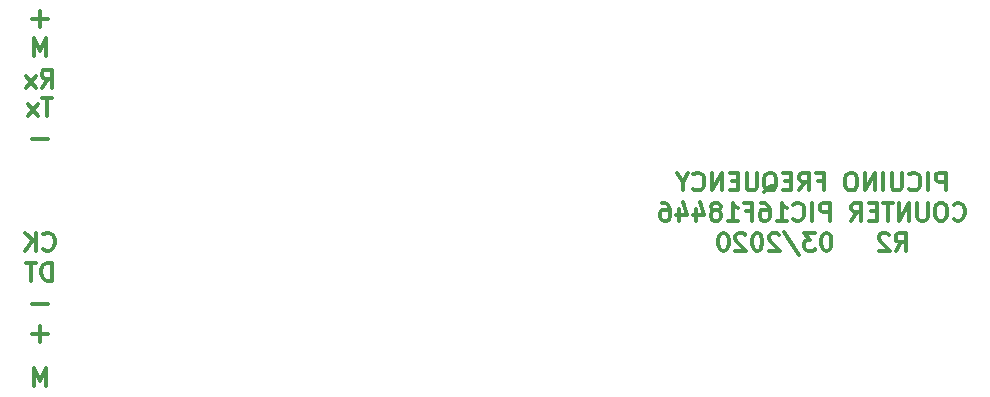
<source format=gbr>
G04 #@! TF.GenerationSoftware,KiCad,Pcbnew,(5.0.1)-4*
G04 #@! TF.CreationDate,2020-04-19T23:52:33+02:00*
G04 #@! TF.ProjectId,Freqmeter_16F18446,467265716D657465725F313646313834,R2*
G04 #@! TF.SameCoordinates,Original*
G04 #@! TF.FileFunction,Legend,Bot*
G04 #@! TF.FilePolarity,Positive*
%FSLAX46Y46*%
G04 Gerber Fmt 4.6, Leading zero omitted, Abs format (unit mm)*
G04 Created by KiCad (PCBNEW (5.0.1)-4) date 19/04/2020 23:52:33*
%MOMM*%
%LPD*%
G01*
G04 APERTURE LIST*
%ADD10C,0.300000*%
%ADD11C,0.304800*%
G04 APERTURE END LIST*
D10*
X181465714Y-50198571D02*
X181465714Y-48698571D01*
X180894285Y-48698571D01*
X180751428Y-48770000D01*
X180680000Y-48841428D01*
X180608571Y-48984285D01*
X180608571Y-49198571D01*
X180680000Y-49341428D01*
X180751428Y-49412857D01*
X180894285Y-49484285D01*
X181465714Y-49484285D01*
X179965714Y-50198571D02*
X179965714Y-48698571D01*
X178394285Y-50055714D02*
X178465714Y-50127142D01*
X178680000Y-50198571D01*
X178822857Y-50198571D01*
X179037142Y-50127142D01*
X179180000Y-49984285D01*
X179251428Y-49841428D01*
X179322857Y-49555714D01*
X179322857Y-49341428D01*
X179251428Y-49055714D01*
X179180000Y-48912857D01*
X179037142Y-48770000D01*
X178822857Y-48698571D01*
X178680000Y-48698571D01*
X178465714Y-48770000D01*
X178394285Y-48841428D01*
X177751428Y-48698571D02*
X177751428Y-49912857D01*
X177680000Y-50055714D01*
X177608571Y-50127142D01*
X177465714Y-50198571D01*
X177180000Y-50198571D01*
X177037142Y-50127142D01*
X176965714Y-50055714D01*
X176894285Y-49912857D01*
X176894285Y-48698571D01*
X176180000Y-50198571D02*
X176180000Y-48698571D01*
X175465714Y-50198571D02*
X175465714Y-48698571D01*
X174608571Y-50198571D01*
X174608571Y-48698571D01*
X173608571Y-48698571D02*
X173322857Y-48698571D01*
X173180000Y-48770000D01*
X173037142Y-48912857D01*
X172965714Y-49198571D01*
X172965714Y-49698571D01*
X173037142Y-49984285D01*
X173180000Y-50127142D01*
X173322857Y-50198571D01*
X173608571Y-50198571D01*
X173751428Y-50127142D01*
X173894285Y-49984285D01*
X173965714Y-49698571D01*
X173965714Y-49198571D01*
X173894285Y-48912857D01*
X173751428Y-48770000D01*
X173608571Y-48698571D01*
X170680000Y-49412857D02*
X171180000Y-49412857D01*
X171180000Y-50198571D02*
X171180000Y-48698571D01*
X170465714Y-48698571D01*
X169037142Y-50198571D02*
X169537142Y-49484285D01*
X169894285Y-50198571D02*
X169894285Y-48698571D01*
X169322857Y-48698571D01*
X169180000Y-48770000D01*
X169108571Y-48841428D01*
X169037142Y-48984285D01*
X169037142Y-49198571D01*
X169108571Y-49341428D01*
X169180000Y-49412857D01*
X169322857Y-49484285D01*
X169894285Y-49484285D01*
X168394285Y-49412857D02*
X167894285Y-49412857D01*
X167680000Y-50198571D02*
X168394285Y-50198571D01*
X168394285Y-48698571D01*
X167680000Y-48698571D01*
X166037142Y-50341428D02*
X166180000Y-50270000D01*
X166322857Y-50127142D01*
X166537142Y-49912857D01*
X166680000Y-49841428D01*
X166822857Y-49841428D01*
X166751428Y-50198571D02*
X166894285Y-50127142D01*
X167037142Y-49984285D01*
X167108571Y-49698571D01*
X167108571Y-49198571D01*
X167037142Y-48912857D01*
X166894285Y-48770000D01*
X166751428Y-48698571D01*
X166465714Y-48698571D01*
X166322857Y-48770000D01*
X166180000Y-48912857D01*
X166108571Y-49198571D01*
X166108571Y-49698571D01*
X166180000Y-49984285D01*
X166322857Y-50127142D01*
X166465714Y-50198571D01*
X166751428Y-50198571D01*
X165465714Y-48698571D02*
X165465714Y-49912857D01*
X165394285Y-50055714D01*
X165322857Y-50127142D01*
X165180000Y-50198571D01*
X164894285Y-50198571D01*
X164751428Y-50127142D01*
X164680000Y-50055714D01*
X164608571Y-49912857D01*
X164608571Y-48698571D01*
X163894285Y-49412857D02*
X163394285Y-49412857D01*
X163180000Y-50198571D02*
X163894285Y-50198571D01*
X163894285Y-48698571D01*
X163180000Y-48698571D01*
X162537142Y-50198571D02*
X162537142Y-48698571D01*
X161680000Y-50198571D01*
X161680000Y-48698571D01*
X160108571Y-50055714D02*
X160180000Y-50127142D01*
X160394285Y-50198571D01*
X160537142Y-50198571D01*
X160751428Y-50127142D01*
X160894285Y-49984285D01*
X160965714Y-49841428D01*
X161037142Y-49555714D01*
X161037142Y-49341428D01*
X160965714Y-49055714D01*
X160894285Y-48912857D01*
X160751428Y-48770000D01*
X160537142Y-48698571D01*
X160394285Y-48698571D01*
X160180000Y-48770000D01*
X160108571Y-48841428D01*
X159180000Y-49484285D02*
X159180000Y-50198571D01*
X159680000Y-48698571D02*
X159180000Y-49484285D01*
X158680000Y-48698571D01*
X182144285Y-52605714D02*
X182215714Y-52677142D01*
X182429999Y-52748571D01*
X182572857Y-52748571D01*
X182787142Y-52677142D01*
X182929999Y-52534285D01*
X183001428Y-52391428D01*
X183072857Y-52105714D01*
X183072857Y-51891428D01*
X183001428Y-51605714D01*
X182929999Y-51462857D01*
X182787142Y-51320000D01*
X182572857Y-51248571D01*
X182429999Y-51248571D01*
X182215714Y-51320000D01*
X182144285Y-51391428D01*
X181215714Y-51248571D02*
X180929999Y-51248571D01*
X180787142Y-51320000D01*
X180644285Y-51462857D01*
X180572857Y-51748571D01*
X180572857Y-52248571D01*
X180644285Y-52534285D01*
X180787142Y-52677142D01*
X180929999Y-52748571D01*
X181215714Y-52748571D01*
X181358571Y-52677142D01*
X181501428Y-52534285D01*
X181572857Y-52248571D01*
X181572857Y-51748571D01*
X181501428Y-51462857D01*
X181358571Y-51320000D01*
X181215714Y-51248571D01*
X179929999Y-51248571D02*
X179929999Y-52462857D01*
X179858571Y-52605714D01*
X179787142Y-52677142D01*
X179644285Y-52748571D01*
X179358571Y-52748571D01*
X179215714Y-52677142D01*
X179144285Y-52605714D01*
X179072857Y-52462857D01*
X179072857Y-51248571D01*
X178358571Y-52748571D02*
X178358571Y-51248571D01*
X177501428Y-52748571D01*
X177501428Y-51248571D01*
X177001428Y-51248571D02*
X176144285Y-51248571D01*
X176572857Y-52748571D02*
X176572857Y-51248571D01*
X175644285Y-51962857D02*
X175144285Y-51962857D01*
X174929999Y-52748571D02*
X175644285Y-52748571D01*
X175644285Y-51248571D01*
X174929999Y-51248571D01*
X173429999Y-52748571D02*
X173929999Y-52034285D01*
X174287142Y-52748571D02*
X174287142Y-51248571D01*
X173715714Y-51248571D01*
X173572857Y-51320000D01*
X173501428Y-51391428D01*
X173429999Y-51534285D01*
X173429999Y-51748571D01*
X173501428Y-51891428D01*
X173572857Y-51962857D01*
X173715714Y-52034285D01*
X174287142Y-52034285D01*
X171644285Y-52748571D02*
X171644285Y-51248571D01*
X171072857Y-51248571D01*
X170929999Y-51320000D01*
X170858571Y-51391428D01*
X170787142Y-51534285D01*
X170787142Y-51748571D01*
X170858571Y-51891428D01*
X170929999Y-51962857D01*
X171072857Y-52034285D01*
X171644285Y-52034285D01*
X170144285Y-52748571D02*
X170144285Y-51248571D01*
X168572857Y-52605714D02*
X168644285Y-52677142D01*
X168858571Y-52748571D01*
X169001428Y-52748571D01*
X169215714Y-52677142D01*
X169358571Y-52534285D01*
X169429999Y-52391428D01*
X169501428Y-52105714D01*
X169501428Y-51891428D01*
X169429999Y-51605714D01*
X169358571Y-51462857D01*
X169215714Y-51320000D01*
X169001428Y-51248571D01*
X168858571Y-51248571D01*
X168644285Y-51320000D01*
X168572857Y-51391428D01*
X167144285Y-52748571D02*
X168001428Y-52748571D01*
X167572857Y-52748571D02*
X167572857Y-51248571D01*
X167715714Y-51462857D01*
X167858571Y-51605714D01*
X168001428Y-51677142D01*
X165858571Y-51248571D02*
X166144285Y-51248571D01*
X166287142Y-51320000D01*
X166358571Y-51391428D01*
X166501428Y-51605714D01*
X166572857Y-51891428D01*
X166572857Y-52462857D01*
X166501428Y-52605714D01*
X166429999Y-52677142D01*
X166287142Y-52748571D01*
X166001428Y-52748571D01*
X165858571Y-52677142D01*
X165787142Y-52605714D01*
X165715714Y-52462857D01*
X165715714Y-52105714D01*
X165787142Y-51962857D01*
X165858571Y-51891428D01*
X166001428Y-51820000D01*
X166287142Y-51820000D01*
X166429999Y-51891428D01*
X166501428Y-51962857D01*
X166572857Y-52105714D01*
X164572857Y-51962857D02*
X165072857Y-51962857D01*
X165072857Y-52748571D02*
X165072857Y-51248571D01*
X164358571Y-51248571D01*
X163001428Y-52748571D02*
X163858571Y-52748571D01*
X163429999Y-52748571D02*
X163429999Y-51248571D01*
X163572857Y-51462857D01*
X163715714Y-51605714D01*
X163858571Y-51677142D01*
X162144285Y-51891428D02*
X162287142Y-51820000D01*
X162358571Y-51748571D01*
X162429999Y-51605714D01*
X162429999Y-51534285D01*
X162358571Y-51391428D01*
X162287142Y-51320000D01*
X162144285Y-51248571D01*
X161858571Y-51248571D01*
X161715714Y-51320000D01*
X161644285Y-51391428D01*
X161572857Y-51534285D01*
X161572857Y-51605714D01*
X161644285Y-51748571D01*
X161715714Y-51820000D01*
X161858571Y-51891428D01*
X162144285Y-51891428D01*
X162287142Y-51962857D01*
X162358571Y-52034285D01*
X162429999Y-52177142D01*
X162429999Y-52462857D01*
X162358571Y-52605714D01*
X162287142Y-52677142D01*
X162144285Y-52748571D01*
X161858571Y-52748571D01*
X161715714Y-52677142D01*
X161644285Y-52605714D01*
X161572857Y-52462857D01*
X161572857Y-52177142D01*
X161644285Y-52034285D01*
X161715714Y-51962857D01*
X161858571Y-51891428D01*
X160287142Y-51748571D02*
X160287142Y-52748571D01*
X160644285Y-51177142D02*
X161001428Y-52248571D01*
X160072857Y-52248571D01*
X158858571Y-51748571D02*
X158858571Y-52748571D01*
X159215714Y-51177142D02*
X159572857Y-52248571D01*
X158644285Y-52248571D01*
X157429999Y-51248571D02*
X157715714Y-51248571D01*
X157858571Y-51320000D01*
X157929999Y-51391428D01*
X158072857Y-51605714D01*
X158144285Y-51891428D01*
X158144285Y-52462857D01*
X158072857Y-52605714D01*
X158001428Y-52677142D01*
X157858571Y-52748571D01*
X157572857Y-52748571D01*
X157429999Y-52677142D01*
X157358571Y-52605714D01*
X157287142Y-52462857D01*
X157287142Y-52105714D01*
X157358571Y-51962857D01*
X157429999Y-51891428D01*
X157572857Y-51820000D01*
X157858571Y-51820000D01*
X158001428Y-51891428D01*
X158072857Y-51962857D01*
X158144285Y-52105714D01*
X177215714Y-55298571D02*
X177715714Y-54584285D01*
X178072857Y-55298571D02*
X178072857Y-53798571D01*
X177501428Y-53798571D01*
X177358571Y-53870000D01*
X177287142Y-53941428D01*
X177215714Y-54084285D01*
X177215714Y-54298571D01*
X177287142Y-54441428D01*
X177358571Y-54512857D01*
X177501428Y-54584285D01*
X178072857Y-54584285D01*
X176644285Y-53941428D02*
X176572857Y-53870000D01*
X176430000Y-53798571D01*
X176072857Y-53798571D01*
X175930000Y-53870000D01*
X175858571Y-53941428D01*
X175787142Y-54084285D01*
X175787142Y-54227142D01*
X175858571Y-54441428D01*
X176715714Y-55298571D01*
X175787142Y-55298571D01*
X171429999Y-53798571D02*
X171287142Y-53798571D01*
X171144285Y-53870000D01*
X171072857Y-53941428D01*
X171001428Y-54084285D01*
X170929999Y-54370000D01*
X170929999Y-54727142D01*
X171001428Y-55012857D01*
X171072857Y-55155714D01*
X171144285Y-55227142D01*
X171287142Y-55298571D01*
X171429999Y-55298571D01*
X171572857Y-55227142D01*
X171644285Y-55155714D01*
X171715714Y-55012857D01*
X171787142Y-54727142D01*
X171787142Y-54370000D01*
X171715714Y-54084285D01*
X171644285Y-53941428D01*
X171572857Y-53870000D01*
X171429999Y-53798571D01*
X170429999Y-53798571D02*
X169501428Y-53798571D01*
X170001428Y-54370000D01*
X169787142Y-54370000D01*
X169644285Y-54441428D01*
X169572857Y-54512857D01*
X169501428Y-54655714D01*
X169501428Y-55012857D01*
X169572857Y-55155714D01*
X169644285Y-55227142D01*
X169787142Y-55298571D01*
X170215714Y-55298571D01*
X170358571Y-55227142D01*
X170429999Y-55155714D01*
X167787142Y-53727142D02*
X169072857Y-55655714D01*
X167358571Y-53941428D02*
X167287142Y-53870000D01*
X167144285Y-53798571D01*
X166787142Y-53798571D01*
X166644285Y-53870000D01*
X166572857Y-53941428D01*
X166501428Y-54084285D01*
X166501428Y-54227142D01*
X166572857Y-54441428D01*
X167429999Y-55298571D01*
X166501428Y-55298571D01*
X165572857Y-53798571D02*
X165429999Y-53798571D01*
X165287142Y-53870000D01*
X165215714Y-53941428D01*
X165144285Y-54084285D01*
X165072857Y-54370000D01*
X165072857Y-54727142D01*
X165144285Y-55012857D01*
X165215714Y-55155714D01*
X165287142Y-55227142D01*
X165429999Y-55298571D01*
X165572857Y-55298571D01*
X165715714Y-55227142D01*
X165787142Y-55155714D01*
X165858571Y-55012857D01*
X165929999Y-54727142D01*
X165929999Y-54370000D01*
X165858571Y-54084285D01*
X165787142Y-53941428D01*
X165715714Y-53870000D01*
X165572857Y-53798571D01*
X164501428Y-53941428D02*
X164429999Y-53870000D01*
X164287142Y-53798571D01*
X163929999Y-53798571D01*
X163787142Y-53870000D01*
X163715714Y-53941428D01*
X163644285Y-54084285D01*
X163644285Y-54227142D01*
X163715714Y-54441428D01*
X164572857Y-55298571D01*
X163644285Y-55298571D01*
X162715714Y-53798571D02*
X162572857Y-53798571D01*
X162429999Y-53870000D01*
X162358571Y-53941428D01*
X162287142Y-54084285D01*
X162215714Y-54370000D01*
X162215714Y-54727142D01*
X162287142Y-55012857D01*
X162358571Y-55155714D01*
X162429999Y-55227142D01*
X162572857Y-55298571D01*
X162715714Y-55298571D01*
X162858571Y-55227142D01*
X162929999Y-55155714D01*
X163001428Y-55012857D01*
X163072857Y-54727142D01*
X163072857Y-54370000D01*
X163001428Y-54084285D01*
X162929999Y-53941428D01*
X162858571Y-53870000D01*
X162715714Y-53798571D01*
D11*
X105452333Y-62357000D02*
X104097666Y-62357000D01*
X104774999Y-63034333D02*
X104774999Y-61679666D01*
X105452333Y-59817000D02*
X104097666Y-59817000D01*
X105065285Y-55154285D02*
X105137857Y-55226857D01*
X105355571Y-55299428D01*
X105500714Y-55299428D01*
X105718428Y-55226857D01*
X105863571Y-55081714D01*
X105936142Y-54936571D01*
X106008714Y-54646285D01*
X106008714Y-54428571D01*
X105936142Y-54138285D01*
X105863571Y-53993142D01*
X105718428Y-53848000D01*
X105500714Y-53775428D01*
X105355571Y-53775428D01*
X105137857Y-53848000D01*
X105065285Y-53920571D01*
X104412142Y-55299428D02*
X104412142Y-53775428D01*
X103541285Y-55299428D02*
X104194428Y-54428571D01*
X103541285Y-53775428D02*
X104412142Y-54646285D01*
X105754714Y-57839428D02*
X105754714Y-56315428D01*
X105391857Y-56315428D01*
X105174142Y-56388000D01*
X105028999Y-56533142D01*
X104956428Y-56678285D01*
X104883857Y-56968571D01*
X104883857Y-57186285D01*
X104956428Y-57476571D01*
X105028999Y-57621714D01*
X105174142Y-57766857D01*
X105391857Y-57839428D01*
X105754714Y-57839428D01*
X104448428Y-56315428D02*
X103577571Y-56315428D01*
X104012999Y-57839428D02*
X104012999Y-56315428D01*
X105282999Y-66729428D02*
X105282999Y-65205428D01*
X104774999Y-66294000D01*
X104266999Y-65205428D01*
X104266999Y-66729428D01*
X105452333Y-45847000D02*
X104097666Y-45847000D01*
X105452333Y-35687000D02*
X104097666Y-35687000D01*
X104774999Y-36364333D02*
X104774999Y-35009666D01*
X105827285Y-42345428D02*
X104956428Y-42345428D01*
X105391857Y-43869428D02*
X105391857Y-42345428D01*
X104593571Y-43869428D02*
X103795285Y-42853428D01*
X104593571Y-42853428D02*
X103795285Y-43869428D01*
X104920142Y-41482822D02*
X105428142Y-40757108D01*
X105790999Y-41482822D02*
X105790999Y-39958822D01*
X105210428Y-39958822D01*
X105065285Y-40031394D01*
X104992714Y-40103965D01*
X104920142Y-40249108D01*
X104920142Y-40466822D01*
X104992714Y-40611965D01*
X105065285Y-40684536D01*
X105210428Y-40757108D01*
X105790999Y-40757108D01*
X104412142Y-41482822D02*
X103613857Y-40466822D01*
X104412142Y-40466822D02*
X103613857Y-41482822D01*
X105282999Y-38789428D02*
X105282999Y-37265428D01*
X104774999Y-38354000D01*
X104266999Y-37265428D01*
X104266999Y-38789428D01*
M02*

</source>
